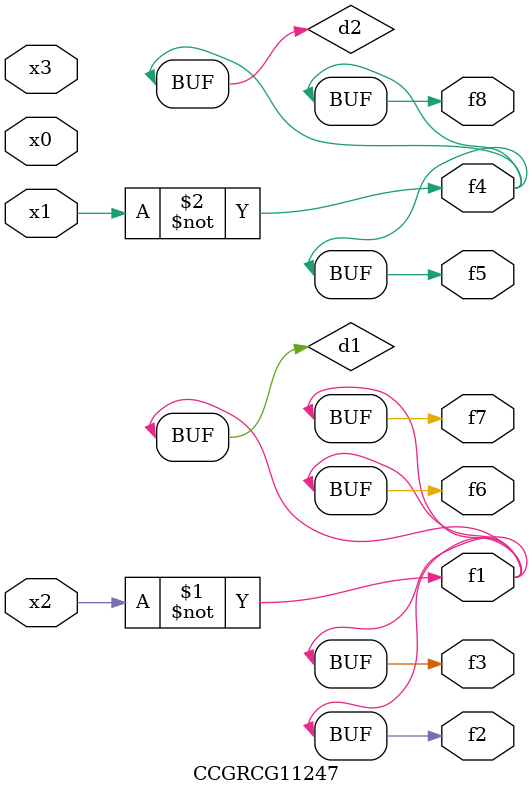
<source format=v>
module CCGRCG11247(
	input x0, x1, x2, x3,
	output f1, f2, f3, f4, f5, f6, f7, f8
);

	wire d1, d2;

	xnor (d1, x2);
	not (d2, x1);
	assign f1 = d1;
	assign f2 = d1;
	assign f3 = d1;
	assign f4 = d2;
	assign f5 = d2;
	assign f6 = d1;
	assign f7 = d1;
	assign f8 = d2;
endmodule

</source>
